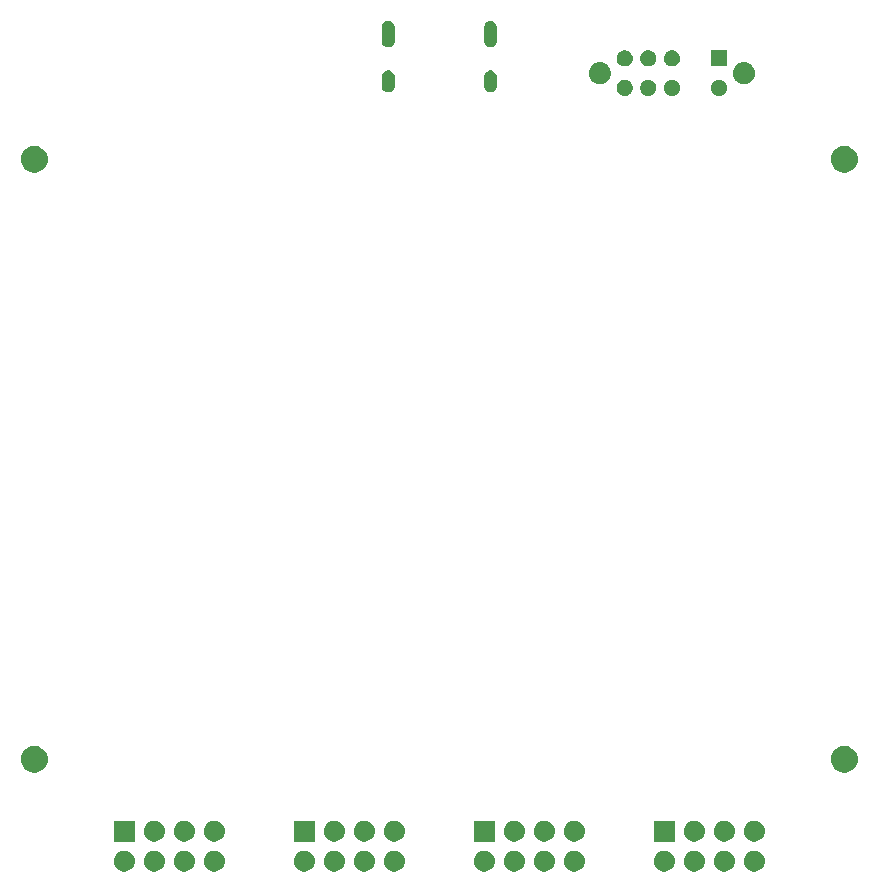
<source format=gbr>
%TF.GenerationSoftware,KiCad,Pcbnew,8.0.6*%
%TF.CreationDate,2024-12-18T16:17:06-08:00*%
%TF.ProjectId,pico-analyzer,7069636f-2d61-46e6-916c-797a65722e6b,1.0*%
%TF.SameCoordinates,Original*%
%TF.FileFunction,Soldermask,Bot*%
%TF.FilePolarity,Negative*%
%FSLAX46Y46*%
G04 Gerber Fmt 4.6, Leading zero omitted, Abs format (unit mm)*
G04 Created by KiCad (PCBNEW 8.0.6) date 2024-12-18 16:17:06*
%MOMM*%
%LPD*%
G01*
G04 APERTURE LIST*
G04 APERTURE END LIST*
G36*
X89164407Y-122091462D02*
G01*
X89334000Y-122166969D01*
X89484188Y-122276087D01*
X89608407Y-122414047D01*
X89701228Y-122574818D01*
X89758595Y-122751374D01*
X89778000Y-122936000D01*
X89758595Y-123120626D01*
X89701228Y-123297182D01*
X89608407Y-123457953D01*
X89484188Y-123595913D01*
X89334000Y-123705031D01*
X89164407Y-123780538D01*
X88982821Y-123819135D01*
X88797179Y-123819135D01*
X88615593Y-123780538D01*
X88446000Y-123705031D01*
X88295812Y-123595913D01*
X88171593Y-123457953D01*
X88078772Y-123297182D01*
X88021405Y-123120626D01*
X88002000Y-122936000D01*
X88021405Y-122751374D01*
X88078772Y-122574818D01*
X88171593Y-122414047D01*
X88295812Y-122276087D01*
X88446000Y-122166969D01*
X88615593Y-122091462D01*
X88797179Y-122052865D01*
X88982821Y-122052865D01*
X89164407Y-122091462D01*
G37*
G36*
X91704407Y-122091462D02*
G01*
X91874000Y-122166969D01*
X92024188Y-122276087D01*
X92148407Y-122414047D01*
X92241228Y-122574818D01*
X92298595Y-122751374D01*
X92318000Y-122936000D01*
X92298595Y-123120626D01*
X92241228Y-123297182D01*
X92148407Y-123457953D01*
X92024188Y-123595913D01*
X91874000Y-123705031D01*
X91704407Y-123780538D01*
X91522821Y-123819135D01*
X91337179Y-123819135D01*
X91155593Y-123780538D01*
X90986000Y-123705031D01*
X90835812Y-123595913D01*
X90711593Y-123457953D01*
X90618772Y-123297182D01*
X90561405Y-123120626D01*
X90542000Y-122936000D01*
X90561405Y-122751374D01*
X90618772Y-122574818D01*
X90711593Y-122414047D01*
X90835812Y-122276087D01*
X90986000Y-122166969D01*
X91155593Y-122091462D01*
X91337179Y-122052865D01*
X91522821Y-122052865D01*
X91704407Y-122091462D01*
G37*
G36*
X94244407Y-122091462D02*
G01*
X94414000Y-122166969D01*
X94564188Y-122276087D01*
X94688407Y-122414047D01*
X94781228Y-122574818D01*
X94838595Y-122751374D01*
X94858000Y-122936000D01*
X94838595Y-123120626D01*
X94781228Y-123297182D01*
X94688407Y-123457953D01*
X94564188Y-123595913D01*
X94414000Y-123705031D01*
X94244407Y-123780538D01*
X94062821Y-123819135D01*
X93877179Y-123819135D01*
X93695593Y-123780538D01*
X93526000Y-123705031D01*
X93375812Y-123595913D01*
X93251593Y-123457953D01*
X93158772Y-123297182D01*
X93101405Y-123120626D01*
X93082000Y-122936000D01*
X93101405Y-122751374D01*
X93158772Y-122574818D01*
X93251593Y-122414047D01*
X93375812Y-122276087D01*
X93526000Y-122166969D01*
X93695593Y-122091462D01*
X93877179Y-122052865D01*
X94062821Y-122052865D01*
X94244407Y-122091462D01*
G37*
G36*
X96784407Y-122091462D02*
G01*
X96954000Y-122166969D01*
X97104188Y-122276087D01*
X97228407Y-122414047D01*
X97321228Y-122574818D01*
X97378595Y-122751374D01*
X97398000Y-122936000D01*
X97378595Y-123120626D01*
X97321228Y-123297182D01*
X97228407Y-123457953D01*
X97104188Y-123595913D01*
X96954000Y-123705031D01*
X96784407Y-123780538D01*
X96602821Y-123819135D01*
X96417179Y-123819135D01*
X96235593Y-123780538D01*
X96066000Y-123705031D01*
X95915812Y-123595913D01*
X95791593Y-123457953D01*
X95698772Y-123297182D01*
X95641405Y-123120626D01*
X95622000Y-122936000D01*
X95641405Y-122751374D01*
X95698772Y-122574818D01*
X95791593Y-122414047D01*
X95915812Y-122276087D01*
X96066000Y-122166969D01*
X96235593Y-122091462D01*
X96417179Y-122052865D01*
X96602821Y-122052865D01*
X96784407Y-122091462D01*
G37*
G36*
X104404407Y-122091462D02*
G01*
X104574000Y-122166969D01*
X104724188Y-122276087D01*
X104848407Y-122414047D01*
X104941228Y-122574818D01*
X104998595Y-122751374D01*
X105018000Y-122936000D01*
X104998595Y-123120626D01*
X104941228Y-123297182D01*
X104848407Y-123457953D01*
X104724188Y-123595913D01*
X104574000Y-123705031D01*
X104404407Y-123780538D01*
X104222821Y-123819135D01*
X104037179Y-123819135D01*
X103855593Y-123780538D01*
X103686000Y-123705031D01*
X103535812Y-123595913D01*
X103411593Y-123457953D01*
X103318772Y-123297182D01*
X103261405Y-123120626D01*
X103242000Y-122936000D01*
X103261405Y-122751374D01*
X103318772Y-122574818D01*
X103411593Y-122414047D01*
X103535812Y-122276087D01*
X103686000Y-122166969D01*
X103855593Y-122091462D01*
X104037179Y-122052865D01*
X104222821Y-122052865D01*
X104404407Y-122091462D01*
G37*
G36*
X106944407Y-122091462D02*
G01*
X107114000Y-122166969D01*
X107264188Y-122276087D01*
X107388407Y-122414047D01*
X107481228Y-122574818D01*
X107538595Y-122751374D01*
X107558000Y-122936000D01*
X107538595Y-123120626D01*
X107481228Y-123297182D01*
X107388407Y-123457953D01*
X107264188Y-123595913D01*
X107114000Y-123705031D01*
X106944407Y-123780538D01*
X106762821Y-123819135D01*
X106577179Y-123819135D01*
X106395593Y-123780538D01*
X106226000Y-123705031D01*
X106075812Y-123595913D01*
X105951593Y-123457953D01*
X105858772Y-123297182D01*
X105801405Y-123120626D01*
X105782000Y-122936000D01*
X105801405Y-122751374D01*
X105858772Y-122574818D01*
X105951593Y-122414047D01*
X106075812Y-122276087D01*
X106226000Y-122166969D01*
X106395593Y-122091462D01*
X106577179Y-122052865D01*
X106762821Y-122052865D01*
X106944407Y-122091462D01*
G37*
G36*
X109484407Y-122091462D02*
G01*
X109654000Y-122166969D01*
X109804188Y-122276087D01*
X109928407Y-122414047D01*
X110021228Y-122574818D01*
X110078595Y-122751374D01*
X110098000Y-122936000D01*
X110078595Y-123120626D01*
X110021228Y-123297182D01*
X109928407Y-123457953D01*
X109804188Y-123595913D01*
X109654000Y-123705031D01*
X109484407Y-123780538D01*
X109302821Y-123819135D01*
X109117179Y-123819135D01*
X108935593Y-123780538D01*
X108766000Y-123705031D01*
X108615812Y-123595913D01*
X108491593Y-123457953D01*
X108398772Y-123297182D01*
X108341405Y-123120626D01*
X108322000Y-122936000D01*
X108341405Y-122751374D01*
X108398772Y-122574818D01*
X108491593Y-122414047D01*
X108615812Y-122276087D01*
X108766000Y-122166969D01*
X108935593Y-122091462D01*
X109117179Y-122052865D01*
X109302821Y-122052865D01*
X109484407Y-122091462D01*
G37*
G36*
X112024407Y-122091462D02*
G01*
X112194000Y-122166969D01*
X112344188Y-122276087D01*
X112468407Y-122414047D01*
X112561228Y-122574818D01*
X112618595Y-122751374D01*
X112638000Y-122936000D01*
X112618595Y-123120626D01*
X112561228Y-123297182D01*
X112468407Y-123457953D01*
X112344188Y-123595913D01*
X112194000Y-123705031D01*
X112024407Y-123780538D01*
X111842821Y-123819135D01*
X111657179Y-123819135D01*
X111475593Y-123780538D01*
X111306000Y-123705031D01*
X111155812Y-123595913D01*
X111031593Y-123457953D01*
X110938772Y-123297182D01*
X110881405Y-123120626D01*
X110862000Y-122936000D01*
X110881405Y-122751374D01*
X110938772Y-122574818D01*
X111031593Y-122414047D01*
X111155812Y-122276087D01*
X111306000Y-122166969D01*
X111475593Y-122091462D01*
X111657179Y-122052865D01*
X111842821Y-122052865D01*
X112024407Y-122091462D01*
G37*
G36*
X119644407Y-122091462D02*
G01*
X119814000Y-122166969D01*
X119964188Y-122276087D01*
X120088407Y-122414047D01*
X120181228Y-122574818D01*
X120238595Y-122751374D01*
X120258000Y-122936000D01*
X120238595Y-123120626D01*
X120181228Y-123297182D01*
X120088407Y-123457953D01*
X119964188Y-123595913D01*
X119814000Y-123705031D01*
X119644407Y-123780538D01*
X119462821Y-123819135D01*
X119277179Y-123819135D01*
X119095593Y-123780538D01*
X118926000Y-123705031D01*
X118775812Y-123595913D01*
X118651593Y-123457953D01*
X118558772Y-123297182D01*
X118501405Y-123120626D01*
X118482000Y-122936000D01*
X118501405Y-122751374D01*
X118558772Y-122574818D01*
X118651593Y-122414047D01*
X118775812Y-122276087D01*
X118926000Y-122166969D01*
X119095593Y-122091462D01*
X119277179Y-122052865D01*
X119462821Y-122052865D01*
X119644407Y-122091462D01*
G37*
G36*
X122184407Y-122091462D02*
G01*
X122354000Y-122166969D01*
X122504188Y-122276087D01*
X122628407Y-122414047D01*
X122721228Y-122574818D01*
X122778595Y-122751374D01*
X122798000Y-122936000D01*
X122778595Y-123120626D01*
X122721228Y-123297182D01*
X122628407Y-123457953D01*
X122504188Y-123595913D01*
X122354000Y-123705031D01*
X122184407Y-123780538D01*
X122002821Y-123819135D01*
X121817179Y-123819135D01*
X121635593Y-123780538D01*
X121466000Y-123705031D01*
X121315812Y-123595913D01*
X121191593Y-123457953D01*
X121098772Y-123297182D01*
X121041405Y-123120626D01*
X121022000Y-122936000D01*
X121041405Y-122751374D01*
X121098772Y-122574818D01*
X121191593Y-122414047D01*
X121315812Y-122276087D01*
X121466000Y-122166969D01*
X121635593Y-122091462D01*
X121817179Y-122052865D01*
X122002821Y-122052865D01*
X122184407Y-122091462D01*
G37*
G36*
X124724407Y-122091462D02*
G01*
X124894000Y-122166969D01*
X125044188Y-122276087D01*
X125168407Y-122414047D01*
X125261228Y-122574818D01*
X125318595Y-122751374D01*
X125338000Y-122936000D01*
X125318595Y-123120626D01*
X125261228Y-123297182D01*
X125168407Y-123457953D01*
X125044188Y-123595913D01*
X124894000Y-123705031D01*
X124724407Y-123780538D01*
X124542821Y-123819135D01*
X124357179Y-123819135D01*
X124175593Y-123780538D01*
X124006000Y-123705031D01*
X123855812Y-123595913D01*
X123731593Y-123457953D01*
X123638772Y-123297182D01*
X123581405Y-123120626D01*
X123562000Y-122936000D01*
X123581405Y-122751374D01*
X123638772Y-122574818D01*
X123731593Y-122414047D01*
X123855812Y-122276087D01*
X124006000Y-122166969D01*
X124175593Y-122091462D01*
X124357179Y-122052865D01*
X124542821Y-122052865D01*
X124724407Y-122091462D01*
G37*
G36*
X127264407Y-122091462D02*
G01*
X127434000Y-122166969D01*
X127584188Y-122276087D01*
X127708407Y-122414047D01*
X127801228Y-122574818D01*
X127858595Y-122751374D01*
X127878000Y-122936000D01*
X127858595Y-123120626D01*
X127801228Y-123297182D01*
X127708407Y-123457953D01*
X127584188Y-123595913D01*
X127434000Y-123705031D01*
X127264407Y-123780538D01*
X127082821Y-123819135D01*
X126897179Y-123819135D01*
X126715593Y-123780538D01*
X126546000Y-123705031D01*
X126395812Y-123595913D01*
X126271593Y-123457953D01*
X126178772Y-123297182D01*
X126121405Y-123120626D01*
X126102000Y-122936000D01*
X126121405Y-122751374D01*
X126178772Y-122574818D01*
X126271593Y-122414047D01*
X126395812Y-122276087D01*
X126546000Y-122166969D01*
X126715593Y-122091462D01*
X126897179Y-122052865D01*
X127082821Y-122052865D01*
X127264407Y-122091462D01*
G37*
G36*
X134884407Y-122091462D02*
G01*
X135054000Y-122166969D01*
X135204188Y-122276087D01*
X135328407Y-122414047D01*
X135421228Y-122574818D01*
X135478595Y-122751374D01*
X135498000Y-122936000D01*
X135478595Y-123120626D01*
X135421228Y-123297182D01*
X135328407Y-123457953D01*
X135204188Y-123595913D01*
X135054000Y-123705031D01*
X134884407Y-123780538D01*
X134702821Y-123819135D01*
X134517179Y-123819135D01*
X134335593Y-123780538D01*
X134166000Y-123705031D01*
X134015812Y-123595913D01*
X133891593Y-123457953D01*
X133798772Y-123297182D01*
X133741405Y-123120626D01*
X133722000Y-122936000D01*
X133741405Y-122751374D01*
X133798772Y-122574818D01*
X133891593Y-122414047D01*
X134015812Y-122276087D01*
X134166000Y-122166969D01*
X134335593Y-122091462D01*
X134517179Y-122052865D01*
X134702821Y-122052865D01*
X134884407Y-122091462D01*
G37*
G36*
X137424407Y-122091462D02*
G01*
X137594000Y-122166969D01*
X137744188Y-122276087D01*
X137868407Y-122414047D01*
X137961228Y-122574818D01*
X138018595Y-122751374D01*
X138038000Y-122936000D01*
X138018595Y-123120626D01*
X137961228Y-123297182D01*
X137868407Y-123457953D01*
X137744188Y-123595913D01*
X137594000Y-123705031D01*
X137424407Y-123780538D01*
X137242821Y-123819135D01*
X137057179Y-123819135D01*
X136875593Y-123780538D01*
X136706000Y-123705031D01*
X136555812Y-123595913D01*
X136431593Y-123457953D01*
X136338772Y-123297182D01*
X136281405Y-123120626D01*
X136262000Y-122936000D01*
X136281405Y-122751374D01*
X136338772Y-122574818D01*
X136431593Y-122414047D01*
X136555812Y-122276087D01*
X136706000Y-122166969D01*
X136875593Y-122091462D01*
X137057179Y-122052865D01*
X137242821Y-122052865D01*
X137424407Y-122091462D01*
G37*
G36*
X139964407Y-122091462D02*
G01*
X140134000Y-122166969D01*
X140284188Y-122276087D01*
X140408407Y-122414047D01*
X140501228Y-122574818D01*
X140558595Y-122751374D01*
X140578000Y-122936000D01*
X140558595Y-123120626D01*
X140501228Y-123297182D01*
X140408407Y-123457953D01*
X140284188Y-123595913D01*
X140134000Y-123705031D01*
X139964407Y-123780538D01*
X139782821Y-123819135D01*
X139597179Y-123819135D01*
X139415593Y-123780538D01*
X139246000Y-123705031D01*
X139095812Y-123595913D01*
X138971593Y-123457953D01*
X138878772Y-123297182D01*
X138821405Y-123120626D01*
X138802000Y-122936000D01*
X138821405Y-122751374D01*
X138878772Y-122574818D01*
X138971593Y-122414047D01*
X139095812Y-122276087D01*
X139246000Y-122166969D01*
X139415593Y-122091462D01*
X139597179Y-122052865D01*
X139782821Y-122052865D01*
X139964407Y-122091462D01*
G37*
G36*
X142504407Y-122091462D02*
G01*
X142674000Y-122166969D01*
X142824188Y-122276087D01*
X142948407Y-122414047D01*
X143041228Y-122574818D01*
X143098595Y-122751374D01*
X143118000Y-122936000D01*
X143098595Y-123120626D01*
X143041228Y-123297182D01*
X142948407Y-123457953D01*
X142824188Y-123595913D01*
X142674000Y-123705031D01*
X142504407Y-123780538D01*
X142322821Y-123819135D01*
X142137179Y-123819135D01*
X141955593Y-123780538D01*
X141786000Y-123705031D01*
X141635812Y-123595913D01*
X141511593Y-123457953D01*
X141418772Y-123297182D01*
X141361405Y-123120626D01*
X141342000Y-122936000D01*
X141361405Y-122751374D01*
X141418772Y-122574818D01*
X141511593Y-122414047D01*
X141635812Y-122276087D01*
X141786000Y-122166969D01*
X141955593Y-122091462D01*
X142137179Y-122052865D01*
X142322821Y-122052865D01*
X142504407Y-122091462D01*
G37*
G36*
X89754542Y-119510893D02*
G01*
X89766870Y-119519130D01*
X89775107Y-119531458D01*
X89778000Y-119546000D01*
X89778000Y-121246000D01*
X89775107Y-121260542D01*
X89766870Y-121272870D01*
X89754542Y-121281107D01*
X89740000Y-121284000D01*
X88040000Y-121284000D01*
X88025458Y-121281107D01*
X88013130Y-121272870D01*
X88004893Y-121260542D01*
X88002000Y-121246000D01*
X88002000Y-119546000D01*
X88004893Y-119531458D01*
X88013130Y-119519130D01*
X88025458Y-119510893D01*
X88040000Y-119508000D01*
X89740000Y-119508000D01*
X89754542Y-119510893D01*
G37*
G36*
X104994542Y-119510893D02*
G01*
X105006870Y-119519130D01*
X105015107Y-119531458D01*
X105018000Y-119546000D01*
X105018000Y-121246000D01*
X105015107Y-121260542D01*
X105006870Y-121272870D01*
X104994542Y-121281107D01*
X104980000Y-121284000D01*
X103280000Y-121284000D01*
X103265458Y-121281107D01*
X103253130Y-121272870D01*
X103244893Y-121260542D01*
X103242000Y-121246000D01*
X103242000Y-119546000D01*
X103244893Y-119531458D01*
X103253130Y-119519130D01*
X103265458Y-119510893D01*
X103280000Y-119508000D01*
X104980000Y-119508000D01*
X104994542Y-119510893D01*
G37*
G36*
X120234542Y-119510893D02*
G01*
X120246870Y-119519130D01*
X120255107Y-119531458D01*
X120258000Y-119546000D01*
X120258000Y-121246000D01*
X120255107Y-121260542D01*
X120246870Y-121272870D01*
X120234542Y-121281107D01*
X120220000Y-121284000D01*
X118520000Y-121284000D01*
X118505458Y-121281107D01*
X118493130Y-121272870D01*
X118484893Y-121260542D01*
X118482000Y-121246000D01*
X118482000Y-119546000D01*
X118484893Y-119531458D01*
X118493130Y-119519130D01*
X118505458Y-119510893D01*
X118520000Y-119508000D01*
X120220000Y-119508000D01*
X120234542Y-119510893D01*
G37*
G36*
X135474542Y-119510893D02*
G01*
X135486870Y-119519130D01*
X135495107Y-119531458D01*
X135498000Y-119546000D01*
X135498000Y-121246000D01*
X135495107Y-121260542D01*
X135486870Y-121272870D01*
X135474542Y-121281107D01*
X135460000Y-121284000D01*
X133760000Y-121284000D01*
X133745458Y-121281107D01*
X133733130Y-121272870D01*
X133724893Y-121260542D01*
X133722000Y-121246000D01*
X133722000Y-119546000D01*
X133724893Y-119531458D01*
X133733130Y-119519130D01*
X133745458Y-119510893D01*
X133760000Y-119508000D01*
X135460000Y-119508000D01*
X135474542Y-119510893D01*
G37*
G36*
X91704407Y-119551462D02*
G01*
X91874000Y-119626969D01*
X92024188Y-119736087D01*
X92148407Y-119874047D01*
X92241228Y-120034818D01*
X92298595Y-120211374D01*
X92318000Y-120396000D01*
X92298595Y-120580626D01*
X92241228Y-120757182D01*
X92148407Y-120917953D01*
X92024188Y-121055913D01*
X91874000Y-121165031D01*
X91704407Y-121240538D01*
X91522821Y-121279135D01*
X91337179Y-121279135D01*
X91155593Y-121240538D01*
X90986000Y-121165031D01*
X90835812Y-121055913D01*
X90711593Y-120917953D01*
X90618772Y-120757182D01*
X90561405Y-120580626D01*
X90542000Y-120396000D01*
X90561405Y-120211374D01*
X90618772Y-120034818D01*
X90711593Y-119874047D01*
X90835812Y-119736087D01*
X90986000Y-119626969D01*
X91155593Y-119551462D01*
X91337179Y-119512865D01*
X91522821Y-119512865D01*
X91704407Y-119551462D01*
G37*
G36*
X94244407Y-119551462D02*
G01*
X94414000Y-119626969D01*
X94564188Y-119736087D01*
X94688407Y-119874047D01*
X94781228Y-120034818D01*
X94838595Y-120211374D01*
X94858000Y-120396000D01*
X94838595Y-120580626D01*
X94781228Y-120757182D01*
X94688407Y-120917953D01*
X94564188Y-121055913D01*
X94414000Y-121165031D01*
X94244407Y-121240538D01*
X94062821Y-121279135D01*
X93877179Y-121279135D01*
X93695593Y-121240538D01*
X93526000Y-121165031D01*
X93375812Y-121055913D01*
X93251593Y-120917953D01*
X93158772Y-120757182D01*
X93101405Y-120580626D01*
X93082000Y-120396000D01*
X93101405Y-120211374D01*
X93158772Y-120034818D01*
X93251593Y-119874047D01*
X93375812Y-119736087D01*
X93526000Y-119626969D01*
X93695593Y-119551462D01*
X93877179Y-119512865D01*
X94062821Y-119512865D01*
X94244407Y-119551462D01*
G37*
G36*
X96784407Y-119551462D02*
G01*
X96954000Y-119626969D01*
X97104188Y-119736087D01*
X97228407Y-119874047D01*
X97321228Y-120034818D01*
X97378595Y-120211374D01*
X97398000Y-120396000D01*
X97378595Y-120580626D01*
X97321228Y-120757182D01*
X97228407Y-120917953D01*
X97104188Y-121055913D01*
X96954000Y-121165031D01*
X96784407Y-121240538D01*
X96602821Y-121279135D01*
X96417179Y-121279135D01*
X96235593Y-121240538D01*
X96066000Y-121165031D01*
X95915812Y-121055913D01*
X95791593Y-120917953D01*
X95698772Y-120757182D01*
X95641405Y-120580626D01*
X95622000Y-120396000D01*
X95641405Y-120211374D01*
X95698772Y-120034818D01*
X95791593Y-119874047D01*
X95915812Y-119736087D01*
X96066000Y-119626969D01*
X96235593Y-119551462D01*
X96417179Y-119512865D01*
X96602821Y-119512865D01*
X96784407Y-119551462D01*
G37*
G36*
X106944407Y-119551462D02*
G01*
X107114000Y-119626969D01*
X107264188Y-119736087D01*
X107388407Y-119874047D01*
X107481228Y-120034818D01*
X107538595Y-120211374D01*
X107558000Y-120396000D01*
X107538595Y-120580626D01*
X107481228Y-120757182D01*
X107388407Y-120917953D01*
X107264188Y-121055913D01*
X107114000Y-121165031D01*
X106944407Y-121240538D01*
X106762821Y-121279135D01*
X106577179Y-121279135D01*
X106395593Y-121240538D01*
X106226000Y-121165031D01*
X106075812Y-121055913D01*
X105951593Y-120917953D01*
X105858772Y-120757182D01*
X105801405Y-120580626D01*
X105782000Y-120396000D01*
X105801405Y-120211374D01*
X105858772Y-120034818D01*
X105951593Y-119874047D01*
X106075812Y-119736087D01*
X106226000Y-119626969D01*
X106395593Y-119551462D01*
X106577179Y-119512865D01*
X106762821Y-119512865D01*
X106944407Y-119551462D01*
G37*
G36*
X109484407Y-119551462D02*
G01*
X109654000Y-119626969D01*
X109804188Y-119736087D01*
X109928407Y-119874047D01*
X110021228Y-120034818D01*
X110078595Y-120211374D01*
X110098000Y-120396000D01*
X110078595Y-120580626D01*
X110021228Y-120757182D01*
X109928407Y-120917953D01*
X109804188Y-121055913D01*
X109654000Y-121165031D01*
X109484407Y-121240538D01*
X109302821Y-121279135D01*
X109117179Y-121279135D01*
X108935593Y-121240538D01*
X108766000Y-121165031D01*
X108615812Y-121055913D01*
X108491593Y-120917953D01*
X108398772Y-120757182D01*
X108341405Y-120580626D01*
X108322000Y-120396000D01*
X108341405Y-120211374D01*
X108398772Y-120034818D01*
X108491593Y-119874047D01*
X108615812Y-119736087D01*
X108766000Y-119626969D01*
X108935593Y-119551462D01*
X109117179Y-119512865D01*
X109302821Y-119512865D01*
X109484407Y-119551462D01*
G37*
G36*
X112024407Y-119551462D02*
G01*
X112194000Y-119626969D01*
X112344188Y-119736087D01*
X112468407Y-119874047D01*
X112561228Y-120034818D01*
X112618595Y-120211374D01*
X112638000Y-120396000D01*
X112618595Y-120580626D01*
X112561228Y-120757182D01*
X112468407Y-120917953D01*
X112344188Y-121055913D01*
X112194000Y-121165031D01*
X112024407Y-121240538D01*
X111842821Y-121279135D01*
X111657179Y-121279135D01*
X111475593Y-121240538D01*
X111306000Y-121165031D01*
X111155812Y-121055913D01*
X111031593Y-120917953D01*
X110938772Y-120757182D01*
X110881405Y-120580626D01*
X110862000Y-120396000D01*
X110881405Y-120211374D01*
X110938772Y-120034818D01*
X111031593Y-119874047D01*
X111155812Y-119736087D01*
X111306000Y-119626969D01*
X111475593Y-119551462D01*
X111657179Y-119512865D01*
X111842821Y-119512865D01*
X112024407Y-119551462D01*
G37*
G36*
X122184407Y-119551462D02*
G01*
X122354000Y-119626969D01*
X122504188Y-119736087D01*
X122628407Y-119874047D01*
X122721228Y-120034818D01*
X122778595Y-120211374D01*
X122798000Y-120396000D01*
X122778595Y-120580626D01*
X122721228Y-120757182D01*
X122628407Y-120917953D01*
X122504188Y-121055913D01*
X122354000Y-121165031D01*
X122184407Y-121240538D01*
X122002821Y-121279135D01*
X121817179Y-121279135D01*
X121635593Y-121240538D01*
X121466000Y-121165031D01*
X121315812Y-121055913D01*
X121191593Y-120917953D01*
X121098772Y-120757182D01*
X121041405Y-120580626D01*
X121022000Y-120396000D01*
X121041405Y-120211374D01*
X121098772Y-120034818D01*
X121191593Y-119874047D01*
X121315812Y-119736087D01*
X121466000Y-119626969D01*
X121635593Y-119551462D01*
X121817179Y-119512865D01*
X122002821Y-119512865D01*
X122184407Y-119551462D01*
G37*
G36*
X124724407Y-119551462D02*
G01*
X124894000Y-119626969D01*
X125044188Y-119736087D01*
X125168407Y-119874047D01*
X125261228Y-120034818D01*
X125318595Y-120211374D01*
X125338000Y-120396000D01*
X125318595Y-120580626D01*
X125261228Y-120757182D01*
X125168407Y-120917953D01*
X125044188Y-121055913D01*
X124894000Y-121165031D01*
X124724407Y-121240538D01*
X124542821Y-121279135D01*
X124357179Y-121279135D01*
X124175593Y-121240538D01*
X124006000Y-121165031D01*
X123855812Y-121055913D01*
X123731593Y-120917953D01*
X123638772Y-120757182D01*
X123581405Y-120580626D01*
X123562000Y-120396000D01*
X123581405Y-120211374D01*
X123638772Y-120034818D01*
X123731593Y-119874047D01*
X123855812Y-119736087D01*
X124006000Y-119626969D01*
X124175593Y-119551462D01*
X124357179Y-119512865D01*
X124542821Y-119512865D01*
X124724407Y-119551462D01*
G37*
G36*
X127264407Y-119551462D02*
G01*
X127434000Y-119626969D01*
X127584188Y-119736087D01*
X127708407Y-119874047D01*
X127801228Y-120034818D01*
X127858595Y-120211374D01*
X127878000Y-120396000D01*
X127858595Y-120580626D01*
X127801228Y-120757182D01*
X127708407Y-120917953D01*
X127584188Y-121055913D01*
X127434000Y-121165031D01*
X127264407Y-121240538D01*
X127082821Y-121279135D01*
X126897179Y-121279135D01*
X126715593Y-121240538D01*
X126546000Y-121165031D01*
X126395812Y-121055913D01*
X126271593Y-120917953D01*
X126178772Y-120757182D01*
X126121405Y-120580626D01*
X126102000Y-120396000D01*
X126121405Y-120211374D01*
X126178772Y-120034818D01*
X126271593Y-119874047D01*
X126395812Y-119736087D01*
X126546000Y-119626969D01*
X126715593Y-119551462D01*
X126897179Y-119512865D01*
X127082821Y-119512865D01*
X127264407Y-119551462D01*
G37*
G36*
X137424407Y-119551462D02*
G01*
X137594000Y-119626969D01*
X137744188Y-119736087D01*
X137868407Y-119874047D01*
X137961228Y-120034818D01*
X138018595Y-120211374D01*
X138038000Y-120396000D01*
X138018595Y-120580626D01*
X137961228Y-120757182D01*
X137868407Y-120917953D01*
X137744188Y-121055913D01*
X137594000Y-121165031D01*
X137424407Y-121240538D01*
X137242821Y-121279135D01*
X137057179Y-121279135D01*
X136875593Y-121240538D01*
X136706000Y-121165031D01*
X136555812Y-121055913D01*
X136431593Y-120917953D01*
X136338772Y-120757182D01*
X136281405Y-120580626D01*
X136262000Y-120396000D01*
X136281405Y-120211374D01*
X136338772Y-120034818D01*
X136431593Y-119874047D01*
X136555812Y-119736087D01*
X136706000Y-119626969D01*
X136875593Y-119551462D01*
X137057179Y-119512865D01*
X137242821Y-119512865D01*
X137424407Y-119551462D01*
G37*
G36*
X139964407Y-119551462D02*
G01*
X140134000Y-119626969D01*
X140284188Y-119736087D01*
X140408407Y-119874047D01*
X140501228Y-120034818D01*
X140558595Y-120211374D01*
X140578000Y-120396000D01*
X140558595Y-120580626D01*
X140501228Y-120757182D01*
X140408407Y-120917953D01*
X140284188Y-121055913D01*
X140134000Y-121165031D01*
X139964407Y-121240538D01*
X139782821Y-121279135D01*
X139597179Y-121279135D01*
X139415593Y-121240538D01*
X139246000Y-121165031D01*
X139095812Y-121055913D01*
X138971593Y-120917953D01*
X138878772Y-120757182D01*
X138821405Y-120580626D01*
X138802000Y-120396000D01*
X138821405Y-120211374D01*
X138878772Y-120034818D01*
X138971593Y-119874047D01*
X139095812Y-119736087D01*
X139246000Y-119626969D01*
X139415593Y-119551462D01*
X139597179Y-119512865D01*
X139782821Y-119512865D01*
X139964407Y-119551462D01*
G37*
G36*
X142504407Y-119551462D02*
G01*
X142674000Y-119626969D01*
X142824188Y-119736087D01*
X142948407Y-119874047D01*
X143041228Y-120034818D01*
X143098595Y-120211374D01*
X143118000Y-120396000D01*
X143098595Y-120580626D01*
X143041228Y-120757182D01*
X142948407Y-120917953D01*
X142824188Y-121055913D01*
X142674000Y-121165031D01*
X142504407Y-121240538D01*
X142322821Y-121279135D01*
X142137179Y-121279135D01*
X141955593Y-121240538D01*
X141786000Y-121165031D01*
X141635812Y-121055913D01*
X141511593Y-120917953D01*
X141418772Y-120757182D01*
X141361405Y-120580626D01*
X141342000Y-120396000D01*
X141361405Y-120211374D01*
X141418772Y-120034818D01*
X141511593Y-119874047D01*
X141635812Y-119736087D01*
X141786000Y-119626969D01*
X141955593Y-119551462D01*
X142137179Y-119512865D01*
X142322821Y-119512865D01*
X142504407Y-119551462D01*
G37*
G36*
X81591428Y-113205442D02*
G01*
X81787250Y-113281304D01*
X81965798Y-113391856D01*
X82120992Y-113533334D01*
X82247547Y-113700920D01*
X82341153Y-113888907D01*
X82398623Y-114090893D01*
X82418000Y-114300000D01*
X82398623Y-114509107D01*
X82341153Y-114711093D01*
X82247547Y-114899080D01*
X82120992Y-115066666D01*
X81965798Y-115208144D01*
X81787250Y-115318696D01*
X81591428Y-115394558D01*
X81385001Y-115433145D01*
X81174999Y-115433145D01*
X80968572Y-115394558D01*
X80772750Y-115318696D01*
X80594202Y-115208144D01*
X80439008Y-115066666D01*
X80312453Y-114899080D01*
X80218847Y-114711093D01*
X80161377Y-114509107D01*
X80142000Y-114300000D01*
X80161377Y-114090893D01*
X80218847Y-113888907D01*
X80312453Y-113700920D01*
X80439008Y-113533334D01*
X80594202Y-113391856D01*
X80772750Y-113281304D01*
X80968572Y-113205442D01*
X81174999Y-113166855D01*
X81385001Y-113166855D01*
X81591428Y-113205442D01*
G37*
G36*
X150171428Y-113205442D02*
G01*
X150367250Y-113281304D01*
X150545798Y-113391856D01*
X150700992Y-113533334D01*
X150827547Y-113700920D01*
X150921153Y-113888907D01*
X150978623Y-114090893D01*
X150998000Y-114300000D01*
X150978623Y-114509107D01*
X150921153Y-114711093D01*
X150827547Y-114899080D01*
X150700992Y-115066666D01*
X150545798Y-115208144D01*
X150367250Y-115318696D01*
X150171428Y-115394558D01*
X149965001Y-115433145D01*
X149754999Y-115433145D01*
X149548572Y-115394558D01*
X149352750Y-115318696D01*
X149174202Y-115208144D01*
X149019008Y-115066666D01*
X148892453Y-114899080D01*
X148798847Y-114711093D01*
X148741377Y-114509107D01*
X148722000Y-114300000D01*
X148741377Y-114090893D01*
X148798847Y-113888907D01*
X148892453Y-113700920D01*
X149019008Y-113533334D01*
X149174202Y-113391856D01*
X149352750Y-113281304D01*
X149548572Y-113205442D01*
X149754999Y-113166855D01*
X149965001Y-113166855D01*
X150171428Y-113205442D01*
G37*
G36*
X81591428Y-62405442D02*
G01*
X81787250Y-62481304D01*
X81965798Y-62591856D01*
X82120992Y-62733334D01*
X82247547Y-62900920D01*
X82341153Y-63088907D01*
X82398623Y-63290893D01*
X82418000Y-63500000D01*
X82398623Y-63709107D01*
X82341153Y-63911093D01*
X82247547Y-64099080D01*
X82120992Y-64266666D01*
X81965798Y-64408144D01*
X81787250Y-64518696D01*
X81591428Y-64594558D01*
X81385001Y-64633145D01*
X81174999Y-64633145D01*
X80968572Y-64594558D01*
X80772750Y-64518696D01*
X80594202Y-64408144D01*
X80439008Y-64266666D01*
X80312453Y-64099080D01*
X80218847Y-63911093D01*
X80161377Y-63709107D01*
X80142000Y-63500000D01*
X80161377Y-63290893D01*
X80218847Y-63088907D01*
X80312453Y-62900920D01*
X80439008Y-62733334D01*
X80594202Y-62591856D01*
X80772750Y-62481304D01*
X80968572Y-62405442D01*
X81174999Y-62366855D01*
X81385001Y-62366855D01*
X81591428Y-62405442D01*
G37*
G36*
X150171428Y-62405442D02*
G01*
X150367250Y-62481304D01*
X150545798Y-62591856D01*
X150700992Y-62733334D01*
X150827547Y-62900920D01*
X150921153Y-63088907D01*
X150978623Y-63290893D01*
X150998000Y-63500000D01*
X150978623Y-63709107D01*
X150921153Y-63911093D01*
X150827547Y-64099080D01*
X150700992Y-64266666D01*
X150545798Y-64408144D01*
X150367250Y-64518696D01*
X150171428Y-64594558D01*
X149965001Y-64633145D01*
X149754999Y-64633145D01*
X149548572Y-64594558D01*
X149352750Y-64518696D01*
X149174202Y-64408144D01*
X149019008Y-64266666D01*
X148892453Y-64099080D01*
X148798847Y-63911093D01*
X148741377Y-63709107D01*
X148722000Y-63500000D01*
X148741377Y-63290893D01*
X148798847Y-63088907D01*
X148892453Y-62900920D01*
X149019008Y-62733334D01*
X149174202Y-62591856D01*
X149352750Y-62481304D01*
X149548572Y-62405442D01*
X149754999Y-62366855D01*
X149965001Y-62366855D01*
X150171428Y-62405442D01*
G37*
G36*
X131296713Y-56767016D02*
G01*
X131337929Y-56767016D01*
X131372635Y-56775570D01*
X131408025Y-56779558D01*
X131453807Y-56795577D01*
X131498968Y-56806709D01*
X131525670Y-56820723D01*
X131553376Y-56830418D01*
X131600196Y-56859837D01*
X131645829Y-56883787D01*
X131664165Y-56900031D01*
X131683760Y-56912344D01*
X131728008Y-56956592D01*
X131769975Y-56993772D01*
X131780642Y-57009226D01*
X131792655Y-57021239D01*
X131830413Y-57081331D01*
X131864194Y-57130270D01*
X131868807Y-57142434D01*
X131874581Y-57151623D01*
X131901883Y-57229649D01*
X131923008Y-57285351D01*
X131923876Y-57292502D01*
X131925441Y-57296974D01*
X131938600Y-57413764D01*
X131943000Y-57450000D01*
X131938599Y-57486238D01*
X131925441Y-57603025D01*
X131923876Y-57607496D01*
X131923008Y-57614649D01*
X131901878Y-57670362D01*
X131874581Y-57748376D01*
X131868808Y-57757563D01*
X131864194Y-57769730D01*
X131830406Y-57818678D01*
X131792655Y-57878760D01*
X131780645Y-57890769D01*
X131769975Y-57906228D01*
X131727999Y-57943415D01*
X131683760Y-57987655D01*
X131664169Y-57999964D01*
X131645829Y-58016213D01*
X131600187Y-58040167D01*
X131553376Y-58069581D01*
X131525676Y-58079273D01*
X131498968Y-58093291D01*
X131453797Y-58104424D01*
X131408025Y-58120441D01*
X131372643Y-58124427D01*
X131337929Y-58132984D01*
X131296704Y-58132984D01*
X131255000Y-58137683D01*
X131213295Y-58132984D01*
X131172071Y-58132984D01*
X131137357Y-58124427D01*
X131101974Y-58120441D01*
X131056198Y-58104423D01*
X131011032Y-58093291D01*
X130984325Y-58079274D01*
X130956623Y-58069581D01*
X130909806Y-58040164D01*
X130864171Y-58016213D01*
X130845833Y-57999966D01*
X130826239Y-57987655D01*
X130781991Y-57943407D01*
X130740025Y-57906228D01*
X130729357Y-57890773D01*
X130717344Y-57878760D01*
X130679581Y-57818662D01*
X130645806Y-57769730D01*
X130641193Y-57757567D01*
X130635418Y-57748376D01*
X130608108Y-57670328D01*
X130586992Y-57614649D01*
X130586124Y-57607500D01*
X130584558Y-57603025D01*
X130571386Y-57486124D01*
X130567000Y-57450000D01*
X130571385Y-57413878D01*
X130584558Y-57296974D01*
X130586124Y-57292498D01*
X130586992Y-57285351D01*
X130608103Y-57229683D01*
X130635418Y-57151623D01*
X130641194Y-57142430D01*
X130645806Y-57130270D01*
X130679574Y-57081347D01*
X130717344Y-57021239D01*
X130729359Y-57009223D01*
X130740025Y-56993772D01*
X130781982Y-56956600D01*
X130826239Y-56912344D01*
X130845836Y-56900029D01*
X130864171Y-56883787D01*
X130909797Y-56859840D01*
X130956623Y-56830418D01*
X130984331Y-56820722D01*
X131011032Y-56806709D01*
X131056189Y-56795578D01*
X131101974Y-56779558D01*
X131137364Y-56775570D01*
X131172071Y-56767016D01*
X131213287Y-56767016D01*
X131255000Y-56762316D01*
X131296713Y-56767016D01*
G37*
G36*
X133296713Y-56767016D02*
G01*
X133337929Y-56767016D01*
X133372635Y-56775570D01*
X133408025Y-56779558D01*
X133453807Y-56795577D01*
X133498968Y-56806709D01*
X133525670Y-56820723D01*
X133553376Y-56830418D01*
X133600196Y-56859837D01*
X133645829Y-56883787D01*
X133664165Y-56900031D01*
X133683760Y-56912344D01*
X133728008Y-56956592D01*
X133769975Y-56993772D01*
X133780642Y-57009226D01*
X133792655Y-57021239D01*
X133830413Y-57081331D01*
X133864194Y-57130270D01*
X133868807Y-57142434D01*
X133874581Y-57151623D01*
X133901883Y-57229649D01*
X133923008Y-57285351D01*
X133923876Y-57292502D01*
X133925441Y-57296974D01*
X133938600Y-57413764D01*
X133943000Y-57450000D01*
X133938599Y-57486238D01*
X133925441Y-57603025D01*
X133923876Y-57607496D01*
X133923008Y-57614649D01*
X133901878Y-57670362D01*
X133874581Y-57748376D01*
X133868808Y-57757563D01*
X133864194Y-57769730D01*
X133830406Y-57818678D01*
X133792655Y-57878760D01*
X133780645Y-57890769D01*
X133769975Y-57906228D01*
X133727999Y-57943415D01*
X133683760Y-57987655D01*
X133664169Y-57999964D01*
X133645829Y-58016213D01*
X133600187Y-58040167D01*
X133553376Y-58069581D01*
X133525676Y-58079273D01*
X133498968Y-58093291D01*
X133453797Y-58104424D01*
X133408025Y-58120441D01*
X133372643Y-58124427D01*
X133337929Y-58132984D01*
X133296704Y-58132984D01*
X133255000Y-58137683D01*
X133213295Y-58132984D01*
X133172071Y-58132984D01*
X133137357Y-58124427D01*
X133101974Y-58120441D01*
X133056198Y-58104423D01*
X133011032Y-58093291D01*
X132984325Y-58079274D01*
X132956623Y-58069581D01*
X132909806Y-58040164D01*
X132864171Y-58016213D01*
X132845833Y-57999966D01*
X132826239Y-57987655D01*
X132781991Y-57943407D01*
X132740025Y-57906228D01*
X132729357Y-57890773D01*
X132717344Y-57878760D01*
X132679581Y-57818662D01*
X132645806Y-57769730D01*
X132641193Y-57757567D01*
X132635418Y-57748376D01*
X132608108Y-57670328D01*
X132586992Y-57614649D01*
X132586124Y-57607500D01*
X132584558Y-57603025D01*
X132571386Y-57486124D01*
X132567000Y-57450000D01*
X132571385Y-57413878D01*
X132584558Y-57296974D01*
X132586124Y-57292498D01*
X132586992Y-57285351D01*
X132608103Y-57229683D01*
X132635418Y-57151623D01*
X132641194Y-57142430D01*
X132645806Y-57130270D01*
X132679574Y-57081347D01*
X132717344Y-57021239D01*
X132729359Y-57009223D01*
X132740025Y-56993772D01*
X132781982Y-56956600D01*
X132826239Y-56912344D01*
X132845836Y-56900029D01*
X132864171Y-56883787D01*
X132909797Y-56859840D01*
X132956623Y-56830418D01*
X132984331Y-56820722D01*
X133011032Y-56806709D01*
X133056189Y-56795578D01*
X133101974Y-56779558D01*
X133137364Y-56775570D01*
X133172071Y-56767016D01*
X133213287Y-56767016D01*
X133255000Y-56762316D01*
X133296713Y-56767016D01*
G37*
G36*
X135296713Y-56767016D02*
G01*
X135337929Y-56767016D01*
X135372635Y-56775570D01*
X135408025Y-56779558D01*
X135453807Y-56795577D01*
X135498968Y-56806709D01*
X135525670Y-56820723D01*
X135553376Y-56830418D01*
X135600196Y-56859837D01*
X135645829Y-56883787D01*
X135664165Y-56900031D01*
X135683760Y-56912344D01*
X135728008Y-56956592D01*
X135769975Y-56993772D01*
X135780642Y-57009226D01*
X135792655Y-57021239D01*
X135830413Y-57081331D01*
X135864194Y-57130270D01*
X135868807Y-57142434D01*
X135874581Y-57151623D01*
X135901883Y-57229649D01*
X135923008Y-57285351D01*
X135923876Y-57292502D01*
X135925441Y-57296974D01*
X135938600Y-57413764D01*
X135943000Y-57450000D01*
X135938599Y-57486238D01*
X135925441Y-57603025D01*
X135923876Y-57607496D01*
X135923008Y-57614649D01*
X135901878Y-57670362D01*
X135874581Y-57748376D01*
X135868808Y-57757563D01*
X135864194Y-57769730D01*
X135830406Y-57818678D01*
X135792655Y-57878760D01*
X135780645Y-57890769D01*
X135769975Y-57906228D01*
X135727999Y-57943415D01*
X135683760Y-57987655D01*
X135664169Y-57999964D01*
X135645829Y-58016213D01*
X135600187Y-58040167D01*
X135553376Y-58069581D01*
X135525676Y-58079273D01*
X135498968Y-58093291D01*
X135453797Y-58104424D01*
X135408025Y-58120441D01*
X135372643Y-58124427D01*
X135337929Y-58132984D01*
X135296704Y-58132984D01*
X135255000Y-58137683D01*
X135213295Y-58132984D01*
X135172071Y-58132984D01*
X135137357Y-58124427D01*
X135101974Y-58120441D01*
X135056198Y-58104423D01*
X135011032Y-58093291D01*
X134984325Y-58079274D01*
X134956623Y-58069581D01*
X134909806Y-58040164D01*
X134864171Y-58016213D01*
X134845833Y-57999966D01*
X134826239Y-57987655D01*
X134781991Y-57943407D01*
X134740025Y-57906228D01*
X134729357Y-57890773D01*
X134717344Y-57878760D01*
X134679581Y-57818662D01*
X134645806Y-57769730D01*
X134641193Y-57757567D01*
X134635418Y-57748376D01*
X134608108Y-57670328D01*
X134586992Y-57614649D01*
X134586124Y-57607500D01*
X134584558Y-57603025D01*
X134571386Y-57486124D01*
X134567000Y-57450000D01*
X134571385Y-57413878D01*
X134584558Y-57296974D01*
X134586124Y-57292498D01*
X134586992Y-57285351D01*
X134608103Y-57229683D01*
X134635418Y-57151623D01*
X134641194Y-57142430D01*
X134645806Y-57130270D01*
X134679574Y-57081347D01*
X134717344Y-57021239D01*
X134729359Y-57009223D01*
X134740025Y-56993772D01*
X134781982Y-56956600D01*
X134826239Y-56912344D01*
X134845836Y-56900029D01*
X134864171Y-56883787D01*
X134909797Y-56859840D01*
X134956623Y-56830418D01*
X134984331Y-56820722D01*
X135011032Y-56806709D01*
X135056189Y-56795578D01*
X135101974Y-56779558D01*
X135137364Y-56775570D01*
X135172071Y-56767016D01*
X135213287Y-56767016D01*
X135255000Y-56762316D01*
X135296713Y-56767016D01*
G37*
G36*
X139296713Y-56767016D02*
G01*
X139337929Y-56767016D01*
X139372635Y-56775570D01*
X139408025Y-56779558D01*
X139453807Y-56795577D01*
X139498968Y-56806709D01*
X139525670Y-56820723D01*
X139553376Y-56830418D01*
X139600196Y-56859837D01*
X139645829Y-56883787D01*
X139664165Y-56900031D01*
X139683760Y-56912344D01*
X139728008Y-56956592D01*
X139769975Y-56993772D01*
X139780642Y-57009226D01*
X139792655Y-57021239D01*
X139830413Y-57081331D01*
X139864194Y-57130270D01*
X139868807Y-57142434D01*
X139874581Y-57151623D01*
X139901883Y-57229649D01*
X139923008Y-57285351D01*
X139923876Y-57292502D01*
X139925441Y-57296974D01*
X139938600Y-57413764D01*
X139943000Y-57450000D01*
X139938599Y-57486238D01*
X139925441Y-57603025D01*
X139923876Y-57607496D01*
X139923008Y-57614649D01*
X139901878Y-57670362D01*
X139874581Y-57748376D01*
X139868808Y-57757563D01*
X139864194Y-57769730D01*
X139830406Y-57818678D01*
X139792655Y-57878760D01*
X139780645Y-57890769D01*
X139769975Y-57906228D01*
X139727999Y-57943415D01*
X139683760Y-57987655D01*
X139664169Y-57999964D01*
X139645829Y-58016213D01*
X139600187Y-58040167D01*
X139553376Y-58069581D01*
X139525676Y-58079273D01*
X139498968Y-58093291D01*
X139453797Y-58104424D01*
X139408025Y-58120441D01*
X139372643Y-58124427D01*
X139337929Y-58132984D01*
X139296704Y-58132984D01*
X139255000Y-58137683D01*
X139213295Y-58132984D01*
X139172071Y-58132984D01*
X139137357Y-58124427D01*
X139101974Y-58120441D01*
X139056198Y-58104423D01*
X139011032Y-58093291D01*
X138984325Y-58079274D01*
X138956623Y-58069581D01*
X138909806Y-58040164D01*
X138864171Y-58016213D01*
X138845833Y-57999966D01*
X138826239Y-57987655D01*
X138781991Y-57943407D01*
X138740025Y-57906228D01*
X138729357Y-57890773D01*
X138717344Y-57878760D01*
X138679581Y-57818662D01*
X138645806Y-57769730D01*
X138641193Y-57757567D01*
X138635418Y-57748376D01*
X138608108Y-57670328D01*
X138586992Y-57614649D01*
X138586124Y-57607500D01*
X138584558Y-57603025D01*
X138571386Y-57486124D01*
X138567000Y-57450000D01*
X138571385Y-57413878D01*
X138584558Y-57296974D01*
X138586124Y-57292498D01*
X138586992Y-57285351D01*
X138608103Y-57229683D01*
X138635418Y-57151623D01*
X138641194Y-57142430D01*
X138645806Y-57130270D01*
X138679574Y-57081347D01*
X138717344Y-57021239D01*
X138729359Y-57009223D01*
X138740025Y-56993772D01*
X138781982Y-56956600D01*
X138826239Y-56912344D01*
X138845836Y-56900029D01*
X138864171Y-56883787D01*
X138909797Y-56859840D01*
X138956623Y-56830418D01*
X138984331Y-56820722D01*
X139011032Y-56806709D01*
X139056189Y-56795578D01*
X139101974Y-56779558D01*
X139137364Y-56775570D01*
X139172071Y-56767016D01*
X139213287Y-56767016D01*
X139255000Y-56762316D01*
X139296713Y-56767016D01*
G37*
G36*
X111455884Y-56004153D02*
G01*
X111577514Y-56074376D01*
X111676824Y-56173686D01*
X111747047Y-56295316D01*
X111783397Y-56430977D01*
X111788000Y-56501200D01*
X111788000Y-57301200D01*
X111783397Y-57371423D01*
X111747047Y-57507084D01*
X111676824Y-57628714D01*
X111577514Y-57728024D01*
X111455884Y-57798247D01*
X111320223Y-57834597D01*
X111179777Y-57834597D01*
X111044116Y-57798247D01*
X110922486Y-57728024D01*
X110823176Y-57628714D01*
X110752953Y-57507084D01*
X110716603Y-57371423D01*
X110712000Y-57301200D01*
X110712000Y-56501200D01*
X110716603Y-56430977D01*
X110752953Y-56295316D01*
X110823176Y-56173686D01*
X110922486Y-56074376D01*
X111044116Y-56004153D01*
X111179777Y-55967803D01*
X111320223Y-55967803D01*
X111455884Y-56004153D01*
G37*
G36*
X120095884Y-56004153D02*
G01*
X120217514Y-56074376D01*
X120316824Y-56173686D01*
X120387047Y-56295316D01*
X120423397Y-56430977D01*
X120428000Y-56501200D01*
X120428000Y-57301200D01*
X120423397Y-57371423D01*
X120387047Y-57507084D01*
X120316824Y-57628714D01*
X120217514Y-57728024D01*
X120095884Y-57798247D01*
X119960223Y-57834597D01*
X119819777Y-57834597D01*
X119684116Y-57798247D01*
X119562486Y-57728024D01*
X119463176Y-57628714D01*
X119392953Y-57507084D01*
X119356603Y-57371423D01*
X119352000Y-57301200D01*
X119352000Y-56501200D01*
X119356603Y-56430977D01*
X119392953Y-56295316D01*
X119463176Y-56173686D01*
X119562486Y-56074376D01*
X119684116Y-56004153D01*
X119819777Y-55967803D01*
X119960223Y-55967803D01*
X120095884Y-56004153D01*
G37*
G36*
X129204719Y-55267138D02*
G01*
X129253048Y-55267138D01*
X129294779Y-55276008D01*
X129337946Y-55280260D01*
X129392183Y-55296712D01*
X129444858Y-55307909D01*
X129478560Y-55322914D01*
X129513866Y-55333624D01*
X129569967Y-55363611D01*
X129624000Y-55387668D01*
X129649124Y-55405922D01*
X129675988Y-55420281D01*
X129730788Y-55465254D01*
X129782645Y-55502930D01*
X129799480Y-55521627D01*
X129818095Y-55536904D01*
X129868115Y-55597854D01*
X129913858Y-55648657D01*
X129923469Y-55665304D01*
X129934718Y-55679011D01*
X129976336Y-55756872D01*
X130011906Y-55818481D01*
X130015996Y-55831070D01*
X130021375Y-55841133D01*
X130051031Y-55938897D01*
X130072502Y-56004979D01*
X130073257Y-56012170D01*
X130074739Y-56017053D01*
X130089154Y-56163408D01*
X130093000Y-56200000D01*
X130089153Y-56236594D01*
X130074739Y-56382946D01*
X130073258Y-56387828D01*
X130072502Y-56395021D01*
X130051026Y-56461116D01*
X130021375Y-56558866D01*
X130015997Y-56568926D01*
X130011906Y-56581519D01*
X129976329Y-56643139D01*
X129934718Y-56720988D01*
X129923471Y-56734692D01*
X129913858Y-56751343D01*
X129868105Y-56802156D01*
X129818095Y-56863095D01*
X129799483Y-56878368D01*
X129782645Y-56897070D01*
X129730778Y-56934753D01*
X129675988Y-56979718D01*
X129649129Y-56994074D01*
X129624000Y-57012332D01*
X129569956Y-57036393D01*
X129513866Y-57066375D01*
X129478567Y-57077082D01*
X129444858Y-57092091D01*
X129392172Y-57103289D01*
X129337946Y-57119739D01*
X129294787Y-57123989D01*
X129253048Y-57132862D01*
X129204709Y-57132862D01*
X129155000Y-57137758D01*
X129105291Y-57132862D01*
X129056952Y-57132862D01*
X129015212Y-57123989D01*
X128972053Y-57119739D01*
X128917824Y-57103289D01*
X128865142Y-57092091D01*
X128831434Y-57077083D01*
X128796133Y-57066375D01*
X128740037Y-57036391D01*
X128686000Y-57012332D01*
X128660872Y-56994076D01*
X128634011Y-56979718D01*
X128579213Y-56934747D01*
X128527355Y-56897070D01*
X128510519Y-56878371D01*
X128491904Y-56863095D01*
X128441882Y-56802143D01*
X128396142Y-56751343D01*
X128386531Y-56734696D01*
X128375281Y-56720988D01*
X128333657Y-56643116D01*
X128298094Y-56581519D01*
X128294004Y-56568931D01*
X128288624Y-56558866D01*
X128258958Y-56461070D01*
X128237498Y-56395021D01*
X128236742Y-56387833D01*
X128235260Y-56382946D01*
X128220830Y-56236442D01*
X128217000Y-56200000D01*
X128220830Y-56163560D01*
X128235260Y-56017053D01*
X128236742Y-56012165D01*
X128237498Y-56004979D01*
X128258953Y-55938943D01*
X128288624Y-55841133D01*
X128294004Y-55831066D01*
X128298094Y-55818481D01*
X128333649Y-55756896D01*
X128375281Y-55679011D01*
X128386533Y-55665300D01*
X128396142Y-55648657D01*
X128441873Y-55597866D01*
X128491904Y-55536904D01*
X128510522Y-55521624D01*
X128527355Y-55502930D01*
X128579202Y-55465260D01*
X128634011Y-55420281D01*
X128660878Y-55405920D01*
X128686000Y-55387668D01*
X128740026Y-55363613D01*
X128796133Y-55333624D01*
X128831441Y-55322913D01*
X128865142Y-55307909D01*
X128917813Y-55296713D01*
X128972053Y-55280260D01*
X129015221Y-55276008D01*
X129056952Y-55267138D01*
X129105281Y-55267138D01*
X129155000Y-55262241D01*
X129204719Y-55267138D01*
G37*
G36*
X141404719Y-55267138D02*
G01*
X141453048Y-55267138D01*
X141494779Y-55276008D01*
X141537946Y-55280260D01*
X141592183Y-55296712D01*
X141644858Y-55307909D01*
X141678560Y-55322914D01*
X141713866Y-55333624D01*
X141769967Y-55363611D01*
X141824000Y-55387668D01*
X141849124Y-55405922D01*
X141875988Y-55420281D01*
X141930788Y-55465254D01*
X141982645Y-55502930D01*
X141999480Y-55521627D01*
X142018095Y-55536904D01*
X142068115Y-55597854D01*
X142113858Y-55648657D01*
X142123469Y-55665304D01*
X142134718Y-55679011D01*
X142176336Y-55756872D01*
X142211906Y-55818481D01*
X142215996Y-55831070D01*
X142221375Y-55841133D01*
X142251031Y-55938897D01*
X142272502Y-56004979D01*
X142273257Y-56012170D01*
X142274739Y-56017053D01*
X142289154Y-56163408D01*
X142293000Y-56200000D01*
X142289153Y-56236594D01*
X142274739Y-56382946D01*
X142273258Y-56387828D01*
X142272502Y-56395021D01*
X142251026Y-56461116D01*
X142221375Y-56558866D01*
X142215997Y-56568926D01*
X142211906Y-56581519D01*
X142176329Y-56643139D01*
X142134718Y-56720988D01*
X142123471Y-56734692D01*
X142113858Y-56751343D01*
X142068105Y-56802156D01*
X142018095Y-56863095D01*
X141999483Y-56878368D01*
X141982645Y-56897070D01*
X141930778Y-56934753D01*
X141875988Y-56979718D01*
X141849129Y-56994074D01*
X141824000Y-57012332D01*
X141769956Y-57036393D01*
X141713866Y-57066375D01*
X141678567Y-57077082D01*
X141644858Y-57092091D01*
X141592172Y-57103289D01*
X141537946Y-57119739D01*
X141494787Y-57123989D01*
X141453048Y-57132862D01*
X141404709Y-57132862D01*
X141355000Y-57137758D01*
X141305291Y-57132862D01*
X141256952Y-57132862D01*
X141215212Y-57123989D01*
X141172053Y-57119739D01*
X141117824Y-57103289D01*
X141065142Y-57092091D01*
X141031434Y-57077083D01*
X140996133Y-57066375D01*
X140940037Y-57036391D01*
X140886000Y-57012332D01*
X140860872Y-56994076D01*
X140834011Y-56979718D01*
X140779213Y-56934747D01*
X140727355Y-56897070D01*
X140710519Y-56878371D01*
X140691904Y-56863095D01*
X140641882Y-56802143D01*
X140596142Y-56751343D01*
X140586531Y-56734696D01*
X140575281Y-56720988D01*
X140533657Y-56643116D01*
X140498094Y-56581519D01*
X140494004Y-56568931D01*
X140488624Y-56558866D01*
X140458958Y-56461070D01*
X140437498Y-56395021D01*
X140436742Y-56387833D01*
X140435260Y-56382946D01*
X140420830Y-56236442D01*
X140417000Y-56200000D01*
X140420830Y-56163560D01*
X140435260Y-56017053D01*
X140436742Y-56012165D01*
X140437498Y-56004979D01*
X140458953Y-55938943D01*
X140488624Y-55841133D01*
X140494004Y-55831066D01*
X140498094Y-55818481D01*
X140533649Y-55756896D01*
X140575281Y-55679011D01*
X140586533Y-55665300D01*
X140596142Y-55648657D01*
X140641873Y-55597866D01*
X140691904Y-55536904D01*
X140710522Y-55521624D01*
X140727355Y-55502930D01*
X140779202Y-55465260D01*
X140834011Y-55420281D01*
X140860878Y-55405920D01*
X140886000Y-55387668D01*
X140940026Y-55363613D01*
X140996133Y-55333624D01*
X141031441Y-55322913D01*
X141065142Y-55307909D01*
X141117813Y-55296713D01*
X141172053Y-55280260D01*
X141215221Y-55276008D01*
X141256952Y-55267138D01*
X141305281Y-55267138D01*
X141355000Y-55262241D01*
X141404719Y-55267138D01*
G37*
G36*
X139919542Y-54264893D02*
G01*
X139931870Y-54273130D01*
X139940107Y-54285458D01*
X139943000Y-54300000D01*
X139943000Y-55600000D01*
X139940107Y-55614542D01*
X139931870Y-55626870D01*
X139919542Y-55635107D01*
X139905000Y-55638000D01*
X138605000Y-55638000D01*
X138590458Y-55635107D01*
X138578130Y-55626870D01*
X138569893Y-55614542D01*
X138567000Y-55600000D01*
X138567000Y-54300000D01*
X138569893Y-54285458D01*
X138578130Y-54273130D01*
X138590458Y-54264893D01*
X138605000Y-54262000D01*
X139905000Y-54262000D01*
X139919542Y-54264893D01*
G37*
G36*
X131296713Y-54267016D02*
G01*
X131337929Y-54267016D01*
X131372635Y-54275570D01*
X131408025Y-54279558D01*
X131453807Y-54295577D01*
X131498968Y-54306709D01*
X131525670Y-54320723D01*
X131553376Y-54330418D01*
X131600196Y-54359837D01*
X131645829Y-54383787D01*
X131664165Y-54400031D01*
X131683760Y-54412344D01*
X131728008Y-54456592D01*
X131769975Y-54493772D01*
X131780642Y-54509226D01*
X131792655Y-54521239D01*
X131830413Y-54581331D01*
X131864194Y-54630270D01*
X131868807Y-54642434D01*
X131874581Y-54651623D01*
X131901883Y-54729649D01*
X131923008Y-54785351D01*
X131923876Y-54792502D01*
X131925441Y-54796974D01*
X131938600Y-54913764D01*
X131943000Y-54950000D01*
X131938599Y-54986238D01*
X131925441Y-55103025D01*
X131923876Y-55107496D01*
X131923008Y-55114649D01*
X131901878Y-55170362D01*
X131874581Y-55248376D01*
X131868808Y-55257563D01*
X131864194Y-55269730D01*
X131830406Y-55318678D01*
X131792655Y-55378760D01*
X131780645Y-55390769D01*
X131769975Y-55406228D01*
X131727999Y-55443415D01*
X131683760Y-55487655D01*
X131664169Y-55499964D01*
X131645829Y-55516213D01*
X131600187Y-55540167D01*
X131553376Y-55569581D01*
X131525676Y-55579273D01*
X131498968Y-55593291D01*
X131453797Y-55604424D01*
X131408025Y-55620441D01*
X131372643Y-55624427D01*
X131337929Y-55632984D01*
X131296704Y-55632984D01*
X131255000Y-55637683D01*
X131213295Y-55632984D01*
X131172071Y-55632984D01*
X131137357Y-55624427D01*
X131101974Y-55620441D01*
X131056198Y-55604423D01*
X131011032Y-55593291D01*
X130984325Y-55579274D01*
X130956623Y-55569581D01*
X130909806Y-55540164D01*
X130864171Y-55516213D01*
X130845833Y-55499966D01*
X130826239Y-55487655D01*
X130781991Y-55443407D01*
X130740025Y-55406228D01*
X130729357Y-55390773D01*
X130717344Y-55378760D01*
X130679581Y-55318662D01*
X130645806Y-55269730D01*
X130641193Y-55257567D01*
X130635418Y-55248376D01*
X130608108Y-55170328D01*
X130586992Y-55114649D01*
X130586124Y-55107500D01*
X130584558Y-55103025D01*
X130571386Y-54986124D01*
X130567000Y-54950000D01*
X130571385Y-54913878D01*
X130584558Y-54796974D01*
X130586124Y-54792498D01*
X130586992Y-54785351D01*
X130608103Y-54729683D01*
X130635418Y-54651623D01*
X130641194Y-54642430D01*
X130645806Y-54630270D01*
X130679574Y-54581347D01*
X130717344Y-54521239D01*
X130729359Y-54509223D01*
X130740025Y-54493772D01*
X130781982Y-54456600D01*
X130826239Y-54412344D01*
X130845836Y-54400029D01*
X130864171Y-54383787D01*
X130909797Y-54359840D01*
X130956623Y-54330418D01*
X130984331Y-54320722D01*
X131011032Y-54306709D01*
X131056189Y-54295578D01*
X131101974Y-54279558D01*
X131137364Y-54275570D01*
X131172071Y-54267016D01*
X131213287Y-54267016D01*
X131255000Y-54262316D01*
X131296713Y-54267016D01*
G37*
G36*
X133296713Y-54267016D02*
G01*
X133337929Y-54267016D01*
X133372635Y-54275570D01*
X133408025Y-54279558D01*
X133453807Y-54295577D01*
X133498968Y-54306709D01*
X133525670Y-54320723D01*
X133553376Y-54330418D01*
X133600196Y-54359837D01*
X133645829Y-54383787D01*
X133664165Y-54400031D01*
X133683760Y-54412344D01*
X133728008Y-54456592D01*
X133769975Y-54493772D01*
X133780642Y-54509226D01*
X133792655Y-54521239D01*
X133830413Y-54581331D01*
X133864194Y-54630270D01*
X133868807Y-54642434D01*
X133874581Y-54651623D01*
X133901883Y-54729649D01*
X133923008Y-54785351D01*
X133923876Y-54792502D01*
X133925441Y-54796974D01*
X133938600Y-54913764D01*
X133943000Y-54950000D01*
X133938599Y-54986238D01*
X133925441Y-55103025D01*
X133923876Y-55107496D01*
X133923008Y-55114649D01*
X133901878Y-55170362D01*
X133874581Y-55248376D01*
X133868808Y-55257563D01*
X133864194Y-55269730D01*
X133830406Y-55318678D01*
X133792655Y-55378760D01*
X133780645Y-55390769D01*
X133769975Y-55406228D01*
X133727999Y-55443415D01*
X133683760Y-55487655D01*
X133664169Y-55499964D01*
X133645829Y-55516213D01*
X133600187Y-55540167D01*
X133553376Y-55569581D01*
X133525676Y-55579273D01*
X133498968Y-55593291D01*
X133453797Y-55604424D01*
X133408025Y-55620441D01*
X133372643Y-55624427D01*
X133337929Y-55632984D01*
X133296704Y-55632984D01*
X133255000Y-55637683D01*
X133213295Y-55632984D01*
X133172071Y-55632984D01*
X133137357Y-55624427D01*
X133101974Y-55620441D01*
X133056198Y-55604423D01*
X133011032Y-55593291D01*
X132984325Y-55579274D01*
X132956623Y-55569581D01*
X132909806Y-55540164D01*
X132864171Y-55516213D01*
X132845833Y-55499966D01*
X132826239Y-55487655D01*
X132781991Y-55443407D01*
X132740025Y-55406228D01*
X132729357Y-55390773D01*
X132717344Y-55378760D01*
X132679581Y-55318662D01*
X132645806Y-55269730D01*
X132641193Y-55257567D01*
X132635418Y-55248376D01*
X132608108Y-55170328D01*
X132586992Y-55114649D01*
X132586124Y-55107500D01*
X132584558Y-55103025D01*
X132571386Y-54986124D01*
X132567000Y-54950000D01*
X132571385Y-54913878D01*
X132584558Y-54796974D01*
X132586124Y-54792498D01*
X132586992Y-54785351D01*
X132608103Y-54729683D01*
X132635418Y-54651623D01*
X132641194Y-54642430D01*
X132645806Y-54630270D01*
X132679574Y-54581347D01*
X132717344Y-54521239D01*
X132729359Y-54509223D01*
X132740025Y-54493772D01*
X132781982Y-54456600D01*
X132826239Y-54412344D01*
X132845836Y-54400029D01*
X132864171Y-54383787D01*
X132909797Y-54359840D01*
X132956623Y-54330418D01*
X132984331Y-54320722D01*
X133011032Y-54306709D01*
X133056189Y-54295578D01*
X133101974Y-54279558D01*
X133137364Y-54275570D01*
X133172071Y-54267016D01*
X133213287Y-54267016D01*
X133255000Y-54262316D01*
X133296713Y-54267016D01*
G37*
G36*
X135296713Y-54267016D02*
G01*
X135337929Y-54267016D01*
X135372635Y-54275570D01*
X135408025Y-54279558D01*
X135453807Y-54295577D01*
X135498968Y-54306709D01*
X135525670Y-54320723D01*
X135553376Y-54330418D01*
X135600196Y-54359837D01*
X135645829Y-54383787D01*
X135664165Y-54400031D01*
X135683760Y-54412344D01*
X135728008Y-54456592D01*
X135769975Y-54493772D01*
X135780642Y-54509226D01*
X135792655Y-54521239D01*
X135830413Y-54581331D01*
X135864194Y-54630270D01*
X135868807Y-54642434D01*
X135874581Y-54651623D01*
X135901883Y-54729649D01*
X135923008Y-54785351D01*
X135923876Y-54792502D01*
X135925441Y-54796974D01*
X135938600Y-54913764D01*
X135943000Y-54950000D01*
X135938599Y-54986238D01*
X135925441Y-55103025D01*
X135923876Y-55107496D01*
X135923008Y-55114649D01*
X135901878Y-55170362D01*
X135874581Y-55248376D01*
X135868808Y-55257563D01*
X135864194Y-55269730D01*
X135830406Y-55318678D01*
X135792655Y-55378760D01*
X135780645Y-55390769D01*
X135769975Y-55406228D01*
X135727999Y-55443415D01*
X135683760Y-55487655D01*
X135664169Y-55499964D01*
X135645829Y-55516213D01*
X135600187Y-55540167D01*
X135553376Y-55569581D01*
X135525676Y-55579273D01*
X135498968Y-55593291D01*
X135453797Y-55604424D01*
X135408025Y-55620441D01*
X135372643Y-55624427D01*
X135337929Y-55632984D01*
X135296704Y-55632984D01*
X135255000Y-55637683D01*
X135213295Y-55632984D01*
X135172071Y-55632984D01*
X135137357Y-55624427D01*
X135101974Y-55620441D01*
X135056198Y-55604423D01*
X135011032Y-55593291D01*
X134984325Y-55579274D01*
X134956623Y-55569581D01*
X134909806Y-55540164D01*
X134864171Y-55516213D01*
X134845833Y-55499966D01*
X134826239Y-55487655D01*
X134781991Y-55443407D01*
X134740025Y-55406228D01*
X134729357Y-55390773D01*
X134717344Y-55378760D01*
X134679581Y-55318662D01*
X134645806Y-55269730D01*
X134641193Y-55257567D01*
X134635418Y-55248376D01*
X134608108Y-55170328D01*
X134586992Y-55114649D01*
X134586124Y-55107500D01*
X134584558Y-55103025D01*
X134571386Y-54986124D01*
X134567000Y-54950000D01*
X134571385Y-54913878D01*
X134584558Y-54796974D01*
X134586124Y-54792498D01*
X134586992Y-54785351D01*
X134608103Y-54729683D01*
X134635418Y-54651623D01*
X134641194Y-54642430D01*
X134645806Y-54630270D01*
X134679574Y-54581347D01*
X134717344Y-54521239D01*
X134729359Y-54509223D01*
X134740025Y-54493772D01*
X134781982Y-54456600D01*
X134826239Y-54412344D01*
X134845836Y-54400029D01*
X134864171Y-54383787D01*
X134909797Y-54359840D01*
X134956623Y-54330418D01*
X134984331Y-54320722D01*
X135011032Y-54306709D01*
X135056189Y-54295578D01*
X135101974Y-54279558D01*
X135137364Y-54275570D01*
X135172071Y-54267016D01*
X135213287Y-54267016D01*
X135255000Y-54262316D01*
X135296713Y-54267016D01*
G37*
G36*
X111455884Y-51804153D02*
G01*
X111577514Y-51874376D01*
X111676824Y-51973686D01*
X111747047Y-52095316D01*
X111783397Y-52230977D01*
X111788000Y-52301200D01*
X111788000Y-53501200D01*
X111783397Y-53571423D01*
X111747047Y-53707084D01*
X111676824Y-53828714D01*
X111577514Y-53928024D01*
X111455884Y-53998247D01*
X111320223Y-54034597D01*
X111179777Y-54034597D01*
X111044116Y-53998247D01*
X110922486Y-53928024D01*
X110823176Y-53828714D01*
X110752953Y-53707084D01*
X110716603Y-53571423D01*
X110712000Y-53501200D01*
X110712000Y-52301200D01*
X110716603Y-52230977D01*
X110752953Y-52095316D01*
X110823176Y-51973686D01*
X110922486Y-51874376D01*
X111044116Y-51804153D01*
X111179777Y-51767803D01*
X111320223Y-51767803D01*
X111455884Y-51804153D01*
G37*
G36*
X120095884Y-51804153D02*
G01*
X120217514Y-51874376D01*
X120316824Y-51973686D01*
X120387047Y-52095316D01*
X120423397Y-52230977D01*
X120428000Y-52301200D01*
X120428000Y-53501200D01*
X120423397Y-53571423D01*
X120387047Y-53707084D01*
X120316824Y-53828714D01*
X120217514Y-53928024D01*
X120095884Y-53998247D01*
X119960223Y-54034597D01*
X119819777Y-54034597D01*
X119684116Y-53998247D01*
X119562486Y-53928024D01*
X119463176Y-53828714D01*
X119392953Y-53707084D01*
X119356603Y-53571423D01*
X119352000Y-53501200D01*
X119352000Y-52301200D01*
X119356603Y-52230977D01*
X119392953Y-52095316D01*
X119463176Y-51973686D01*
X119562486Y-51874376D01*
X119684116Y-51804153D01*
X119819777Y-51767803D01*
X119960223Y-51767803D01*
X120095884Y-51804153D01*
G37*
M02*

</source>
